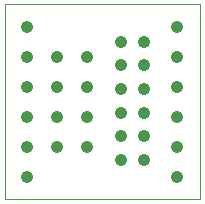
<source format=gtl>
G75*
%MOIN*%
%OFA0B0*%
%FSLAX24Y24*%
%IPPOS*%
%LPD*%
%AMOC8*
5,1,8,0,0,1.08239X$1,22.5*
%
%ADD10C,0.0000*%
%ADD11C,0.0413*%
D10*
X000100Y000139D02*
X000100Y006635D01*
X006600Y006635D01*
X006600Y000139D01*
X000100Y000139D01*
D11*
X000850Y000889D03*
X000850Y001889D03*
X000850Y002889D03*
X000850Y003889D03*
X000850Y004889D03*
X000850Y005889D03*
X001850Y004889D03*
X001850Y003889D03*
X002850Y003889D03*
X002850Y004889D03*
X003956Y004601D03*
X004744Y004601D03*
X004744Y003814D03*
X004744Y003026D03*
X003956Y003026D03*
X003956Y003814D03*
X002850Y002889D03*
X001850Y002889D03*
X001850Y001889D03*
X002850Y001889D03*
X003956Y002239D03*
X003956Y001452D03*
X004744Y001452D03*
X004744Y002239D03*
X005850Y001889D03*
X005850Y000889D03*
X005850Y002889D03*
X005850Y003889D03*
X005850Y004889D03*
X005850Y005889D03*
X004744Y005389D03*
X003956Y005389D03*
M02*

</source>
